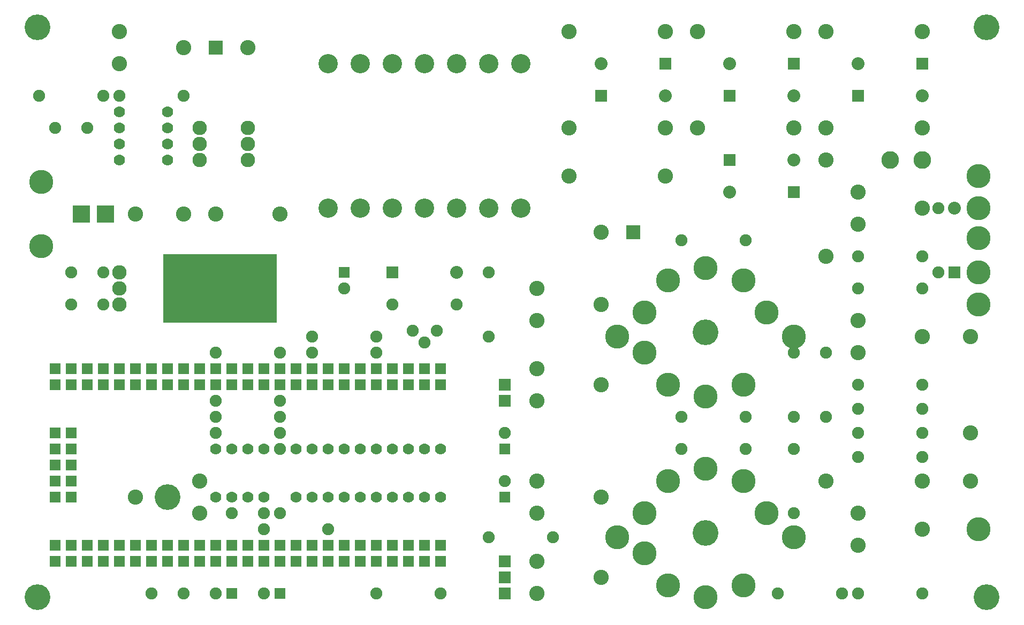
<source format=gbr>
%FSLAX23Y23*%
%MOIN*%
G04 EasyPC Gerber Version 14.0.2 Build 2922 *
%ADD99R,0.07000X0.07000*%
%ADD14R,0.07000X0.07000*%
%ADD20R,0.07500X0.07500*%
%ADD17R,0.09000X0.09000*%
%ADD95R,0.11000X0.11000*%
%ADD19C,0.07000*%
%ADD97C,0.07500*%
%ADD21C,0.08000*%
%ADD96C,0.09000*%
%ADD11C,0.09500*%
%ADD70C,0.11000*%
%ADD93C,0.12000*%
%ADD18C,0.15000*%
%ADD22C,0.16000*%
%ADD98R,0.07000X0.07000*%
%ADD92C,0.26000*%
%ADD94R,0.71000X0.43000*%
X0Y0D02*
D02*
D11*
X1716Y4441D03*
Y4642D03*
X1816Y1741D03*
Y3504D03*
X2117D03*
Y4542D03*
X2217Y1641D03*
Y1841D03*
X2317Y3504D03*
X2517Y4542D03*
X2717Y3504D03*
X4316Y1142D03*
Y1341D03*
Y1641D03*
Y1841D03*
Y2342D03*
Y2542D03*
Y2842D03*
Y3042D03*
X4517Y3742D03*
Y4042D03*
Y4642D03*
X4717Y1242D03*
Y1741D03*
Y2442D03*
Y2942D03*
Y3392D03*
X5117Y3742D03*
Y4042D03*
Y4642D03*
X5316Y4042D03*
Y4642D03*
X5917Y4042D03*
Y4642D03*
X6117Y1841D03*
Y3242D03*
Y3842D03*
Y4042D03*
Y4642D03*
X6316Y1441D03*
Y1641D03*
Y2642D03*
Y2842D03*
Y3442D03*
Y3642D03*
X6716Y1542D03*
Y1841D03*
Y2742D03*
Y3542D03*
Y4042D03*
Y4642D03*
X7016Y1841D03*
Y2142D03*
Y2742D03*
D02*
D14*
X1316Y1341D03*
Y1441D03*
Y1741D03*
Y1841D03*
Y1941D03*
Y2041D03*
Y2142D03*
Y2442D03*
Y2542D03*
X1417Y1341D03*
Y1441D03*
Y1741D03*
Y1841D03*
Y1941D03*
Y2041D03*
Y2142D03*
Y2442D03*
Y2542D03*
X1516Y1341D03*
Y1441D03*
Y2442D03*
Y2542D03*
X1616Y1341D03*
Y1441D03*
Y2442D03*
Y2542D03*
X1716Y1341D03*
Y1441D03*
Y2442D03*
Y2542D03*
X1816Y1341D03*
Y1441D03*
Y2442D03*
Y2542D03*
X1916Y1341D03*
Y1441D03*
Y2442D03*
Y2542D03*
X2017Y1341D03*
Y1441D03*
Y2442D03*
Y2542D03*
X2117Y1341D03*
Y1441D03*
Y2442D03*
Y2542D03*
X2217Y1341D03*
Y1441D03*
Y2442D03*
Y2542D03*
X2317Y1341D03*
Y1441D03*
Y2442D03*
Y2542D03*
X2417Y1341D03*
Y1441D03*
Y2442D03*
Y2542D03*
X2517Y1341D03*
Y1441D03*
Y2442D03*
Y2542D03*
X2617Y1341D03*
Y1441D03*
Y2442D03*
Y2542D03*
X2717Y1341D03*
Y1441D03*
Y2442D03*
Y2542D03*
X2817Y1341D03*
Y1441D03*
Y2442D03*
Y2542D03*
X2917Y1341D03*
Y1441D03*
Y2442D03*
Y2542D03*
X3017Y1341D03*
Y1441D03*
Y2442D03*
Y2542D03*
X3117Y1341D03*
Y1441D03*
Y2442D03*
Y2542D03*
X3217Y1341D03*
Y1441D03*
Y2442D03*
Y2542D03*
X3317Y1341D03*
Y1441D03*
Y2442D03*
Y2542D03*
X3417Y1341D03*
Y1441D03*
Y2442D03*
Y2542D03*
X3517Y1341D03*
Y1441D03*
Y2442D03*
Y2542D03*
X3617Y1341D03*
Y1441D03*
Y2442D03*
Y2542D03*
X3717Y1341D03*
Y1441D03*
Y2442D03*
Y2542D03*
D02*
D17*
X2317Y4542D03*
X4917Y3392D03*
D02*
D18*
X1229Y3304D03*
Y3704D03*
X4816Y1492D03*
Y2742D03*
X4987Y1391D03*
Y1641D03*
Y2642D03*
Y2892D03*
X5132Y1192D03*
Y1841D03*
Y2442D03*
Y3092D03*
X5367Y1117D03*
Y1916D03*
Y2367D03*
Y3167D03*
X5602Y1192D03*
Y1841D03*
Y2442D03*
Y3092D03*
X5747Y1641D03*
Y2892D03*
X5917Y1492D03*
Y2742D03*
X7066Y1542D03*
Y2942D03*
Y3142D03*
Y3354D03*
Y3542D03*
Y3742D03*
D02*
D19*
X1716Y3842D03*
Y3942D03*
Y4042D03*
Y4142D03*
X2017Y3842D03*
Y3942D03*
Y4042D03*
Y4142D03*
X2317Y1741D03*
Y2041D03*
X2417Y1741D03*
Y2041D03*
X2517Y1741D03*
Y2041D03*
X2617Y1741D03*
Y2041D03*
X2817Y1741D03*
Y2041D03*
X2917Y1741D03*
Y2041D03*
X3017Y1741D03*
Y2041D03*
X3117Y1741D03*
Y2041D03*
X3217Y1741D03*
Y2041D03*
X3317Y1741D03*
Y2041D03*
X3417Y1741D03*
Y2041D03*
X3517Y1741D03*
Y2041D03*
X3617Y1741D03*
Y2041D03*
X3717Y1741D03*
Y2041D03*
D02*
D70*
X6516Y3842D03*
X6716D03*
D02*
D20*
X3417Y3142D03*
X4117Y1142D03*
Y1242D03*
Y1341D03*
Y2342D03*
Y2442D03*
X4717Y4242D03*
X5117Y4441D03*
X5517Y3842D03*
Y4242D03*
X5917Y3642D03*
Y4441D03*
X6316Y4242D03*
X6716Y4441D03*
X6917Y3142D03*
D02*
D21*
X3817D03*
X4717Y4441D03*
X5117Y4242D03*
X5517Y3642D03*
Y4441D03*
X5917Y3842D03*
Y4242D03*
X6316Y4441D03*
X6716Y4242D03*
X6917Y3542D03*
D02*
D22*
X1204Y1117D03*
Y4667D03*
X2017Y1741D03*
X5367Y1516D03*
Y2767D03*
X7117Y1117D03*
Y4667D03*
D02*
D92*
X2517Y3042D03*
D02*
D93*
X3017Y3542D03*
Y4441D03*
X3217Y3542D03*
Y4441D03*
X3417Y3542D03*
Y4441D03*
X3617Y3542D03*
Y4441D03*
X3817Y3542D03*
Y4441D03*
X4017Y3542D03*
Y4441D03*
X4217Y3542D03*
Y4441D03*
D02*
D94*
X2342Y3042D03*
D02*
D95*
X1479Y3504D03*
X1629D03*
D02*
D96*
X1716Y2942D03*
Y3042D03*
Y3142D03*
X2217Y3842D03*
Y3942D03*
Y4042D03*
X2517Y3842D03*
Y3942D03*
Y4042D03*
D02*
D97*
X1217Y4242D03*
X1316Y4042D03*
X1417Y2942D03*
Y3142D03*
X1516Y4042D03*
X1616Y2942D03*
Y3142D03*
Y4242D03*
X1716D03*
X1916Y1142D03*
X2117D03*
Y4242D03*
X2317Y1142D03*
Y2142D03*
Y2242D03*
Y2342D03*
Y2642D03*
X2417Y1641D03*
X2617Y1142D03*
Y1542D03*
Y1641D03*
X2717D03*
Y2041D03*
Y2142D03*
Y2242D03*
Y2342D03*
Y2642D03*
X2917D03*
Y2742D03*
X3017Y1542D03*
X3117Y3042D03*
X3317Y1142D03*
Y2642D03*
Y2742D03*
X3417Y2942D03*
X3542Y2779D03*
X3617Y2704D03*
X3692Y2779D03*
X3717Y1142D03*
X3817Y2942D03*
X4017Y1492D03*
Y2742D03*
Y3142D03*
X4117Y1841D03*
Y2142D03*
X4417Y1492D03*
X5217Y2041D03*
Y2242D03*
Y3342D03*
X5617Y2041D03*
Y2242D03*
Y3342D03*
X5816Y1142D03*
X5917Y1641D03*
Y2041D03*
Y2242D03*
Y2642D03*
X6117Y2242D03*
Y2642D03*
X6217Y1142D03*
X6316D03*
Y1991D03*
Y2142D03*
Y2292D03*
Y2442D03*
Y3042D03*
Y3242D03*
X6716Y1142D03*
Y1991D03*
Y2142D03*
Y2292D03*
Y2442D03*
Y3042D03*
Y3242D03*
X6816Y3142D03*
Y3542D03*
D02*
D98*
X2417Y1142D03*
X2717D03*
D02*
D99*
X3117Y3142D03*
X4117Y1741D03*
Y2041D03*
X0Y0D02*
M02*

</source>
